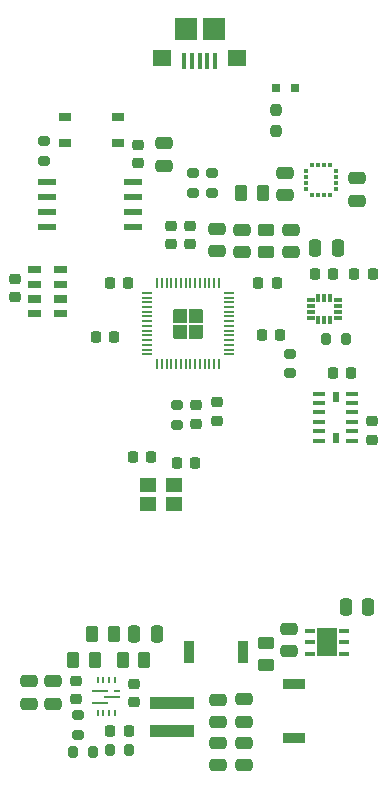
<source format=gbr>
%TF.GenerationSoftware,KiCad,Pcbnew,8.0.7*%
%TF.CreationDate,2025-01-08T02:29:51-05:00*%
%TF.ProjectId,active-drag-system-minimal,61637469-7665-42d6-9472-61672d737973,rev?*%
%TF.SameCoordinates,Original*%
%TF.FileFunction,Paste,Top*%
%TF.FilePolarity,Positive*%
%FSLAX46Y46*%
G04 Gerber Fmt 4.6, Leading zero omitted, Abs format (unit mm)*
G04 Created by KiCad (PCBNEW 8.0.7) date 2025-01-08 02:29:51*
%MOMM*%
%LPD*%
G01*
G04 APERTURE LIST*
G04 Aperture macros list*
%AMRoundRect*
0 Rectangle with rounded corners*
0 $1 Rounding radius*
0 $2 $3 $4 $5 $6 $7 $8 $9 X,Y pos of 4 corners*
0 Add a 4 corners polygon primitive as box body*
4,1,4,$2,$3,$4,$5,$6,$7,$8,$9,$2,$3,0*
0 Add four circle primitives for the rounded corners*
1,1,$1+$1,$2,$3*
1,1,$1+$1,$4,$5*
1,1,$1+$1,$6,$7*
1,1,$1+$1,$8,$9*
0 Add four rect primitives between the rounded corners*
20,1,$1+$1,$2,$3,$4,$5,0*
20,1,$1+$1,$4,$5,$6,$7,0*
20,1,$1+$1,$6,$7,$8,$9,0*
20,1,$1+$1,$8,$9,$2,$3,0*%
%AMFreePoly0*
4,1,19,0.563745,0.600348,0.608674,0.548497,0.619677,0.497915,0.619677,-0.497915,0.600348,-0.563745,0.548497,-0.608674,0.497915,-0.619677,-0.497915,-0.619677,-0.563745,-0.600348,-0.608674,-0.548497,-0.619677,-0.497915,-0.619677,0.397045,-0.600348,0.462875,-0.584014,0.483144,-0.483144,0.584014,-0.422927,0.616894,-0.397045,0.619677,0.497915,0.619677,0.563745,0.600348,0.563745,0.600348,
$1*%
%AMFreePoly1*
4,1,19,0.563745,0.600348,0.608674,0.548497,0.619677,0.497915,0.619677,-0.497915,0.600348,-0.563745,0.548497,-0.608674,0.497915,-0.619677,-0.397045,-0.619677,-0.462875,-0.600348,-0.483144,-0.584014,-0.584014,-0.483144,-0.616894,-0.422927,-0.619677,-0.397045,-0.619677,0.497915,-0.600348,0.563745,-0.548497,0.608674,-0.497915,0.619677,0.497915,0.619677,0.563745,0.600348,0.563745,0.600348,
$1*%
%AMFreePoly2*
4,1,19,0.462875,0.600348,0.483144,0.584014,0.584014,0.483144,0.616894,0.422927,0.619677,0.397045,0.619677,-0.497915,0.600348,-0.563745,0.548497,-0.608674,0.497915,-0.619677,-0.497915,-0.619677,-0.563745,-0.600348,-0.608674,-0.548497,-0.619677,-0.497915,-0.619677,0.497915,-0.600348,0.563745,-0.548497,0.608674,-0.497915,0.619677,0.397045,0.619677,0.462875,0.600348,0.462875,0.600348,
$1*%
%AMFreePoly3*
4,1,19,0.563745,0.600348,0.608674,0.548497,0.619677,0.497915,0.619677,-0.397045,0.600348,-0.462875,0.584014,-0.483144,0.483144,-0.584014,0.422927,-0.616894,0.397045,-0.619677,-0.497915,-0.619677,-0.563745,-0.600348,-0.608674,-0.548497,-0.619677,-0.497915,-0.619677,0.497915,-0.600348,0.563745,-0.548497,0.608674,-0.497915,0.619677,0.497915,0.619677,0.563745,0.600348,0.563745,0.600348,
$1*%
G04 Aperture macros list end*
%ADD10C,0.000000*%
%ADD11RoundRect,0.250000X0.475000X-0.250000X0.475000X0.250000X-0.475000X0.250000X-0.475000X-0.250000X0*%
%ADD12R,1.092200X0.609600*%
%ADD13RoundRect,0.225000X0.250000X-0.225000X0.250000X0.225000X-0.250000X0.225000X-0.250000X-0.225000X0*%
%ADD14RoundRect,0.200000X-0.275000X0.200000X-0.275000X-0.200000X0.275000X-0.200000X0.275000X0.200000X0*%
%ADD15R,1.524000X0.533400*%
%ADD16R,0.812800X1.905000*%
%ADD17R,1.117800X0.449200*%
%ADD18R,0.500000X0.813000*%
%ADD19RoundRect,0.250000X-0.262500X-0.450000X0.262500X-0.450000X0.262500X0.450000X-0.262500X0.450000X0*%
%ADD20RoundRect,0.225000X-0.250000X0.225000X-0.250000X-0.225000X0.250000X-0.225000X0.250000X0.225000X0*%
%ADD21RoundRect,0.200000X-0.200000X-0.275000X0.200000X-0.275000X0.200000X0.275000X-0.200000X0.275000X0*%
%ADD22RoundRect,0.225000X-0.225000X-0.250000X0.225000X-0.250000X0.225000X0.250000X-0.225000X0.250000X0*%
%ADD23RoundRect,0.250000X-0.475000X0.250000X-0.475000X-0.250000X0.475000X-0.250000X0.475000X0.250000X0*%
%ADD24RoundRect,0.200000X0.200000X0.275000X-0.200000X0.275000X-0.200000X-0.275000X0.200000X-0.275000X0*%
%ADD25RoundRect,0.225000X0.225000X0.250000X-0.225000X0.250000X-0.225000X-0.250000X0.225000X-0.250000X0*%
%ADD26RoundRect,0.250000X0.262500X0.450000X-0.262500X0.450000X-0.262500X-0.450000X0.262500X-0.450000X0*%
%ADD27R,0.812800X0.406400*%
%ADD28R,1.752600X2.489200*%
%ADD29R,0.800000X0.800000*%
%ADD30RoundRect,0.200000X0.275000X-0.200000X0.275000X0.200000X-0.275000X0.200000X-0.275000X-0.200000X0*%
%ADD31RoundRect,0.026250X0.263750X0.148750X-0.263750X0.148750X-0.263750X-0.148750X0.263750X-0.148750X0*%
%ADD32RoundRect,0.026250X0.148750X0.263750X-0.148750X0.263750X-0.148750X-0.263750X0.148750X-0.263750X0*%
%ADD33R,1.400000X1.200000*%
%ADD34R,1.397000X0.254000*%
%ADD35R,0.254000X0.609600*%
%ADD36R,0.609600X0.254000*%
%ADD37R,0.990600X0.711200*%
%ADD38FreePoly0,0.000000*%
%ADD39FreePoly1,0.000000*%
%ADD40FreePoly2,0.000000*%
%ADD41FreePoly3,0.000000*%
%ADD42RoundRect,0.050000X-0.387500X-0.050000X0.387500X-0.050000X0.387500X0.050000X-0.387500X0.050000X0*%
%ADD43RoundRect,0.050000X-0.050000X-0.387500X0.050000X-0.387500X0.050000X0.387500X-0.050000X0.387500X0*%
%ADD44R,3.700000X0.980000*%
%ADD45RoundRect,0.250000X0.450000X-0.262500X0.450000X0.262500X-0.450000X0.262500X-0.450000X-0.262500X0*%
%ADD46R,0.400000X1.350000*%
%ADD47R,1.600000X1.400000*%
%ADD48R,1.900000X1.900000*%
%ADD49RoundRect,0.250000X-0.450000X0.262500X-0.450000X-0.262500X0.450000X-0.262500X0.450000X0.262500X0*%
%ADD50RoundRect,0.250000X-0.250000X-0.475000X0.250000X-0.475000X0.250000X0.475000X-0.250000X0.475000X0*%
%ADD51RoundRect,0.237500X0.237500X-0.250000X0.237500X0.250000X-0.237500X0.250000X-0.237500X-0.250000X0*%
%ADD52R,1.905000X0.812800*%
%ADD53R,0.457200X0.304800*%
%ADD54R,0.304800X0.457200*%
%ADD55RoundRect,0.250000X0.250000X0.475000X-0.250000X0.475000X-0.250000X-0.475000X0.250000X-0.475000X0*%
G04 APERTURE END LIST*
D10*
%TO.C,U6*%
G36*
X135046100Y-82729800D02*
G01*
X133953900Y-82729800D01*
X133953900Y-82120200D01*
X135046100Y-82120200D01*
X135046100Y-82729800D01*
G37*
G36*
X135046100Y-83979800D02*
G01*
X133953900Y-83979800D01*
X133953900Y-83370200D01*
X135046100Y-83370200D01*
X135046100Y-83979800D01*
G37*
G36*
X135046100Y-85229800D02*
G01*
X133953900Y-85229800D01*
X133953900Y-84620200D01*
X135046100Y-84620200D01*
X135046100Y-85229800D01*
G37*
G36*
X135046100Y-86479800D02*
G01*
X133953900Y-86479800D01*
X133953900Y-85870200D01*
X135046100Y-85870200D01*
X135046100Y-86479800D01*
G37*
G36*
X137246100Y-82729800D02*
G01*
X136153900Y-82729800D01*
X136153900Y-82120200D01*
X137246100Y-82120200D01*
X137246100Y-82729800D01*
G37*
G36*
X137246100Y-83979800D02*
G01*
X136153900Y-83979800D01*
X136153900Y-83370200D01*
X137246100Y-83370200D01*
X137246100Y-83979800D01*
G37*
G36*
X137246100Y-85229800D02*
G01*
X136153900Y-85229800D01*
X136153900Y-84620200D01*
X137246100Y-84620200D01*
X137246100Y-85229800D01*
G37*
G36*
X137246100Y-86479800D02*
G01*
X136153900Y-86479800D01*
X136153900Y-85870200D01*
X137246100Y-85870200D01*
X137246100Y-86479800D01*
G37*
%TD*%
D11*
%TO.C,C29*%
X161800000Y-76600000D03*
X161800000Y-74700000D03*
%TD*%
D12*
%TO.C,U6*%
X134500000Y-82425000D03*
X134500000Y-83675000D03*
X134500000Y-84925000D03*
X134500000Y-86175000D03*
X136700000Y-86175000D03*
X136700000Y-84925000D03*
X136700000Y-83675000D03*
X136700000Y-82425000D03*
%TD*%
D13*
%TO.C,C32*%
X163050000Y-96825000D03*
X163050000Y-95275000D03*
%TD*%
D14*
%TO.C,R8*%
X146500000Y-93900000D03*
X146500000Y-95550000D03*
%TD*%
D15*
%TO.C,U2*%
X135555100Y-74995000D03*
X135555100Y-76265000D03*
X135555100Y-77535000D03*
X135555100Y-78805000D03*
X142844900Y-78805000D03*
X142844900Y-77535000D03*
X142844900Y-76265000D03*
X142844900Y-74995000D03*
%TD*%
D16*
%TO.C,CR2*%
X152148700Y-114800000D03*
X147551300Y-114800000D03*
%TD*%
D17*
%TO.C,U7*%
X161320901Y-96931503D03*
X161320901Y-96131502D03*
X161320901Y-95331501D03*
X161320901Y-94531503D03*
X161320901Y-93731502D03*
X161320901Y-92931503D03*
D18*
X159950000Y-93213004D03*
D17*
X158579099Y-92931501D03*
X158579099Y-93731502D03*
X158579099Y-94531503D03*
X158579099Y-95331501D03*
X158579099Y-96131502D03*
X158579099Y-96931501D03*
D18*
X159950000Y-96650000D03*
%TD*%
D11*
%TO.C,C13*%
X145400000Y-73650000D03*
X145400000Y-71750000D03*
%TD*%
D19*
%TO.C,R12*%
X139341601Y-113300126D03*
X141166601Y-113300126D03*
%TD*%
D20*
%TO.C,C19*%
X137954101Y-117225126D03*
X137954101Y-118775126D03*
%TD*%
D14*
%TO.C,R9*%
X135300000Y-71575000D03*
X135300000Y-73225000D03*
%TD*%
D21*
%TO.C,R11*%
X140829101Y-123100126D03*
X142479101Y-123100126D03*
%TD*%
D22*
%TO.C,C31*%
X161550000Y-82800000D03*
X163100000Y-82800000D03*
%TD*%
D23*
%TO.C,C22*%
X152175887Y-122500000D03*
X152175887Y-124400000D03*
%TD*%
D11*
%TO.C,C20*%
X149975887Y-120750000D03*
X149975887Y-118850000D03*
%TD*%
D24*
%TO.C,R6*%
X160800000Y-88300000D03*
X159150000Y-88300000D03*
%TD*%
D14*
%TO.C,R3*%
X147900000Y-74275000D03*
X147900000Y-75925000D03*
%TD*%
D25*
%TO.C,C10*%
X144325000Y-98300000D03*
X142775000Y-98300000D03*
%TD*%
D20*
%TO.C,C16*%
X142854101Y-117525126D03*
X142854101Y-119075126D03*
%TD*%
D26*
%TO.C,R13*%
X143766601Y-115500126D03*
X141941601Y-115500126D03*
%TD*%
D23*
%TO.C,C30*%
X155650000Y-74250000D03*
X155650000Y-76150000D03*
%TD*%
D22*
%TO.C,C33*%
X158225000Y-82800000D03*
X159775000Y-82800000D03*
%TD*%
D11*
%TO.C,C26*%
X156049400Y-114750000D03*
X156049400Y-112850000D03*
%TD*%
%TO.C,C5*%
X156200000Y-80950000D03*
X156200000Y-79050000D03*
%TD*%
D22*
%TO.C,C9*%
X153725000Y-88000000D03*
X155275000Y-88000000D03*
%TD*%
%TO.C,C24*%
X140879101Y-121500126D03*
X142429101Y-121500126D03*
%TD*%
D25*
%TO.C,C8*%
X141200000Y-88100000D03*
X139650000Y-88100000D03*
%TD*%
D27*
%TO.C,U4*%
X160697800Y-114950001D03*
X160697800Y-114000000D03*
X160697800Y-113049999D03*
X157802200Y-113049999D03*
X157802200Y-114000000D03*
X157802200Y-114950001D03*
D28*
X159250000Y-114000000D03*
%TD*%
D29*
%TO.C,D1*%
X156500000Y-67100000D03*
X154900000Y-67100000D03*
%TD*%
D30*
%TO.C,R5*%
X156100000Y-91225000D03*
X156100000Y-89575000D03*
%TD*%
D31*
%TO.C,U8*%
X160160000Y-86540000D03*
X160160000Y-86040000D03*
X160160000Y-85540000D03*
X160160000Y-85040000D03*
D32*
X159500000Y-84880000D03*
X159000000Y-84880000D03*
X158500000Y-84880000D03*
D31*
X157840000Y-85040000D03*
X157840000Y-85540000D03*
X157840000Y-86040000D03*
X157840000Y-86540000D03*
D32*
X158500000Y-86700000D03*
X159000000Y-86700000D03*
X159500000Y-86700000D03*
%TD*%
D20*
%TO.C,C15*%
X149900000Y-93675000D03*
X149900000Y-95225000D03*
%TD*%
D24*
%TO.C,R14*%
X139379101Y-123300126D03*
X137729101Y-123300126D03*
%TD*%
D11*
%TO.C,C3*%
X149900000Y-80900000D03*
X149900000Y-79000000D03*
%TD*%
D13*
%TO.C,C2*%
X146000000Y-80275000D03*
X146000000Y-78725000D03*
%TD*%
D23*
%TO.C,C21*%
X149975887Y-122500000D03*
X149975887Y-124400000D03*
%TD*%
%TO.C,C18*%
X134000000Y-117300000D03*
X134000000Y-119200000D03*
%TD*%
D33*
%TO.C,X1*%
X144050000Y-102300000D03*
X146250000Y-102300000D03*
X146250000Y-100700000D03*
X144050000Y-100700000D03*
%TD*%
D25*
%TO.C,C6*%
X142375000Y-83600000D03*
X140825000Y-83600000D03*
%TD*%
%TO.C,C35*%
X161275000Y-91150000D03*
X159725000Y-91150000D03*
%TD*%
D34*
%TO.C,U3*%
X140047800Y-118100000D03*
X140047800Y-119100252D03*
D35*
X139803912Y-120000126D03*
X140304038Y-120000126D03*
X140804164Y-120000126D03*
X141304290Y-120000126D03*
D34*
X141060402Y-118600126D03*
D36*
X141454102Y-118100000D03*
D35*
X141304290Y-117200126D03*
X140804164Y-117200126D03*
X140304038Y-117200126D03*
X139803912Y-117200126D03*
%TD*%
D11*
%TO.C,C4*%
X152000000Y-80950000D03*
X152000000Y-79050000D03*
%TD*%
D37*
%TO.C,SW1*%
X137049999Y-69525001D03*
X141550001Y-69525001D03*
X137049999Y-71674999D03*
X141550001Y-71674999D03*
%TD*%
D38*
%TO.C,U1*%
X146787500Y-86325000D03*
D39*
X146787500Y-87675000D03*
D40*
X148137500Y-86325000D03*
D41*
X148137500Y-87675000D03*
D42*
X144025000Y-84400000D03*
X144025000Y-84800000D03*
X144025000Y-85200000D03*
X144025000Y-85600000D03*
X144025000Y-86000000D03*
X144025000Y-86400000D03*
X144025000Y-86800000D03*
X144025000Y-87200000D03*
X144025000Y-87600000D03*
X144025000Y-88000000D03*
X144025000Y-88400000D03*
X144025000Y-88800000D03*
X144025000Y-89200000D03*
X144025000Y-89600000D03*
D43*
X144862500Y-90437500D03*
X145262500Y-90437500D03*
X145662500Y-90437500D03*
X146062500Y-90437500D03*
X146462500Y-90437500D03*
X146862500Y-90437500D03*
X147262500Y-90437500D03*
X147662500Y-90437500D03*
X148062500Y-90437500D03*
X148462500Y-90437500D03*
X148862500Y-90437500D03*
X149262500Y-90437500D03*
X149662500Y-90437500D03*
X150062500Y-90437500D03*
D42*
X150900000Y-89600000D03*
X150900000Y-89200000D03*
X150900000Y-88800000D03*
X150900000Y-88400000D03*
X150900000Y-88000000D03*
X150900000Y-87600000D03*
X150900000Y-87200000D03*
X150900000Y-86800000D03*
X150900000Y-86400000D03*
X150900000Y-86000000D03*
X150900000Y-85600000D03*
X150900000Y-85200000D03*
X150900000Y-84800000D03*
X150900000Y-84400000D03*
D43*
X150062500Y-83562500D03*
X149662500Y-83562500D03*
X149262500Y-83562500D03*
X148862500Y-83562500D03*
X148462500Y-83562500D03*
X148062500Y-83562500D03*
X147662500Y-83562500D03*
X147262500Y-83562500D03*
X146862500Y-83562500D03*
X146462500Y-83562500D03*
X146062500Y-83562500D03*
X145662500Y-83562500D03*
X145262500Y-83562500D03*
X144862500Y-83562500D03*
%TD*%
D11*
%TO.C,C23*%
X152175887Y-120700000D03*
X152175887Y-118800000D03*
%TD*%
D44*
%TO.C,L1*%
X146097800Y-119165000D03*
X146097800Y-121535000D03*
%TD*%
D13*
%TO.C,C1*%
X147600000Y-80275000D03*
X147600000Y-78725000D03*
%TD*%
D23*
%TO.C,C17*%
X136000000Y-117300000D03*
X136000000Y-119200000D03*
%TD*%
D45*
%TO.C,R16*%
X154049400Y-115912500D03*
X154049400Y-114087500D03*
%TD*%
D46*
%TO.C,J3*%
X149750000Y-64775000D03*
X149100000Y-64775000D03*
X148450000Y-64775000D03*
X147800000Y-64775000D03*
X147150000Y-64775000D03*
D47*
X151650000Y-64550000D03*
X145250000Y-64550000D03*
D48*
X147250000Y-62100000D03*
X149650000Y-62100000D03*
%TD*%
D20*
%TO.C,C28*%
X132800000Y-83225000D03*
X132800000Y-84775000D03*
%TD*%
D49*
%TO.C,R7*%
X154100000Y-79087500D03*
X154100000Y-80912500D03*
%TD*%
D50*
%TO.C,C34*%
X158250000Y-80600000D03*
X160150000Y-80600000D03*
%TD*%
D22*
%TO.C,C11*%
X146525000Y-98800000D03*
X148075000Y-98800000D03*
%TD*%
D19*
%TO.C,R2*%
X151987500Y-75950000D03*
X153812500Y-75950000D03*
%TD*%
D51*
%TO.C,R1*%
X154900000Y-70712500D03*
X154900000Y-68887500D03*
%TD*%
D14*
%TO.C,R4*%
X149500000Y-74275000D03*
X149500000Y-75925000D03*
%TD*%
D52*
%TO.C,CR1*%
X156397800Y-117501300D03*
X156397800Y-122098700D03*
%TD*%
D20*
%TO.C,C14*%
X148150000Y-93925000D03*
X148150000Y-95475000D03*
%TD*%
D50*
%TO.C,C25*%
X142904101Y-113300126D03*
X144804101Y-113300126D03*
%TD*%
D30*
%TO.C,R15*%
X138154101Y-121825126D03*
X138154101Y-120175126D03*
%TD*%
D53*
%TO.C,U5*%
X159974999Y-75575002D03*
X159974999Y-75075001D03*
X159974999Y-74575001D03*
X159974999Y-74075000D03*
D54*
X159450001Y-73550002D03*
X158950000Y-73550002D03*
X158450000Y-73550002D03*
X157949999Y-73550002D03*
D53*
X157425001Y-74075000D03*
X157425001Y-74575001D03*
X157425001Y-75075001D03*
X157425001Y-75575002D03*
D54*
X157949999Y-76100000D03*
X158450000Y-76100000D03*
X158950000Y-76100000D03*
X159450001Y-76100000D03*
%TD*%
D55*
%TO.C,C27*%
X162697800Y-111000000D03*
X160797800Y-111000000D03*
%TD*%
D13*
%TO.C,C12*%
X143200000Y-73400000D03*
X143200000Y-71850000D03*
%TD*%
D22*
%TO.C,C7*%
X153425000Y-83600000D03*
X154975000Y-83600000D03*
%TD*%
D19*
%TO.C,R10*%
X137754101Y-115500126D03*
X139579101Y-115500126D03*
%TD*%
M02*

</source>
